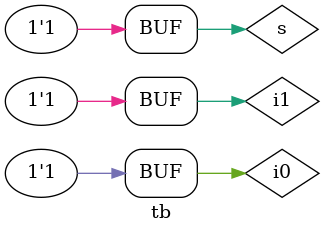
<source format=sv>

/*module tb;
  wire o;
  reg p,q,r;
  
  mux_2x1  mux_2x1_inst(.y(o),.i0(p),.i1(q),.s(r));
  initial 
    begin
      $monitor("t=%0t, p=%b, q=%b ,r=%b,y=%b",$time,p,q,r,o);
    #5 r=0;p=0;q=0;    
    #5 p=1;q=0;
    #5 r=1; p=0;q=0;
    #5 p=1;q=1;
   end
   initial 
    begin
      $dumpfile("dump.vcd");
      $dumpvars(1);
    end
  
endmodule 
  */

module tb;
  wire y;
  reg s,i0,i1;
  
  mux_2x1 mux_2x1_inst(.s(s),.i0(i0),.i1(i1),.y(y));
  initial
    begin
      $monitor("t=%0t, s=%b, i0=%b, i1=%b, y=%b", $time, s,i0,i1,y);
      #5 s=0; i0=1; 
      #5 s=1; i1=0;
      #5 s=1; i1=1;
    end
  
endmodule 
  
  
  
  
  
  
  


</source>
